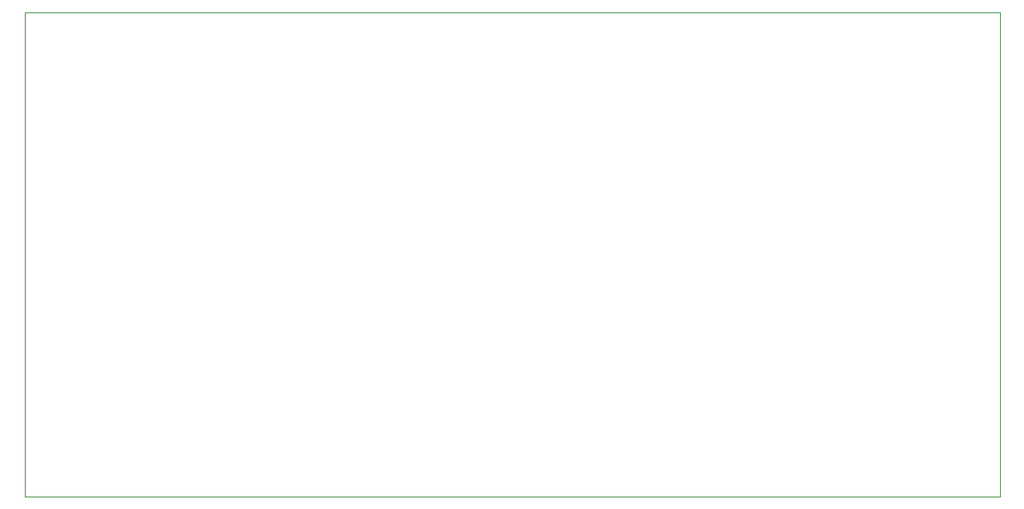
<source format=gbr>
G04 (created by PCBNEW (25-Oct-2014 BZR 4029)-stable) date Wed 10 Jun 2015 01:49:49 AM EDT*
%MOIN*%
G04 Gerber Fmt 3.4, Leading zero omitted, Abs format*
%FSLAX34Y34*%
G01*
G70*
G90*
G04 APERTURE LIST*
%ADD10C,0.00590551*%
%ADD11C,0.00393701*%
G04 APERTURE END LIST*
G54D10*
G54D11*
X10000Y-29500D02*
X10000Y-10000D01*
X49250Y-29500D02*
X10000Y-29500D01*
X49250Y-10000D02*
X49250Y-29500D01*
X10000Y-10000D02*
X49250Y-10000D01*
M02*

</source>
